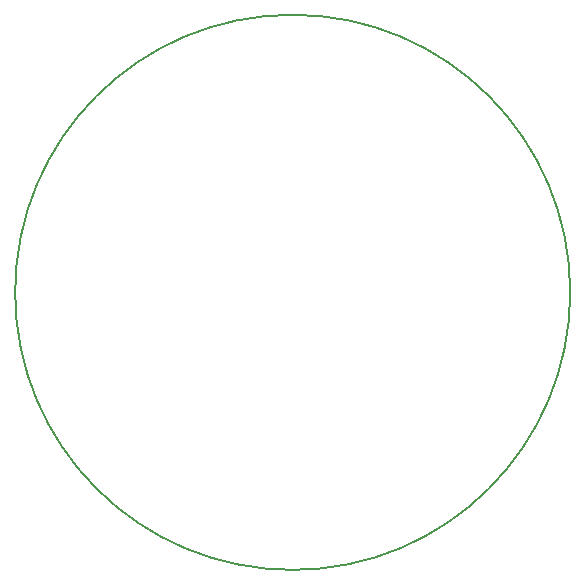
<source format=gbr>
%TF.GenerationSoftware,KiCad,Pcbnew,8.0.4*%
%TF.CreationDate,2025-06-19T10:42:41-04:00*%
%TF.ProjectId,foc_pcb,666f635f-7063-4622-9e6b-696361645f70,2.0*%
%TF.SameCoordinates,Original*%
%TF.FileFunction,Profile,NP*%
%FSLAX46Y46*%
G04 Gerber Fmt 4.6, Leading zero omitted, Abs format (unit mm)*
G04 Created by KiCad (PCBNEW 8.0.4) date 2025-06-19 10:42:41*
%MOMM*%
%LPD*%
G01*
G04 APERTURE LIST*
%TA.AperFunction,Profile*%
%ADD10C,0.200000*%
%TD*%
G04 APERTURE END LIST*
D10*
X335440034Y-151306645D02*
G75*
G02*
X288440032Y-151306645I-23500001J0D01*
G01*
X288440032Y-151306645D02*
G75*
G02*
X335440034Y-151306645I23500001J0D01*
G01*
M02*

</source>
